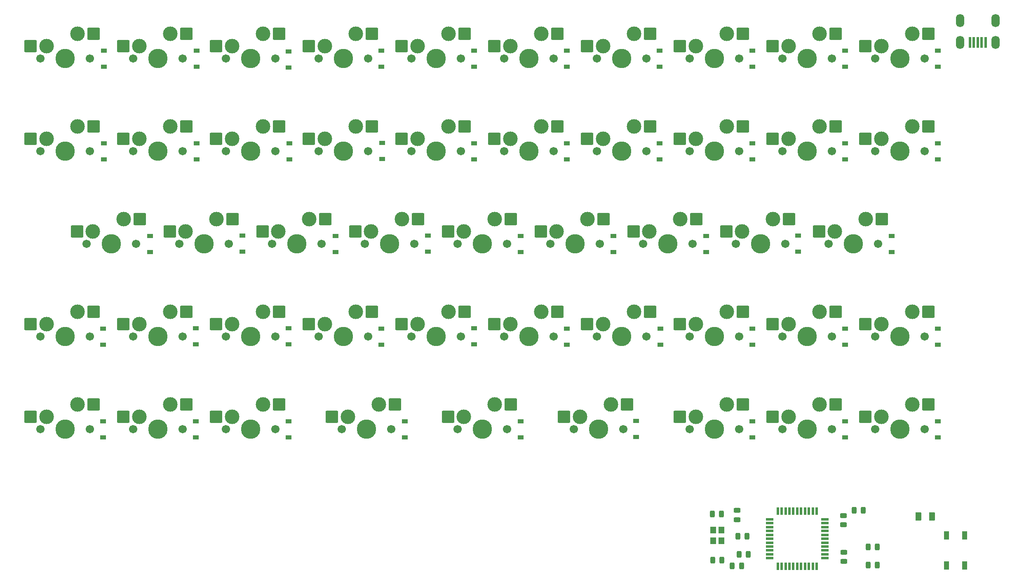
<source format=gbs>
G04 #@! TF.GenerationSoftware,KiCad,Pcbnew,8.0.6*
G04 #@! TF.CreationDate,2024-11-15T12:23:49-07:00*
G04 #@! TF.ProjectId,kicadNEWXboard,6b696361-644e-4455-9758-626f6172642e,rev?*
G04 #@! TF.SameCoordinates,Original*
G04 #@! TF.FileFunction,Soldermask,Bot*
G04 #@! TF.FilePolarity,Negative*
%FSLAX46Y46*%
G04 Gerber Fmt 4.6, Leading zero omitted, Abs format (unit mm)*
G04 Created by KiCad (PCBNEW 8.0.6) date 2024-11-15 12:23:49*
%MOMM*%
%LPD*%
G01*
G04 APERTURE LIST*
G04 Aperture macros list*
%AMRoundRect*
0 Rectangle with rounded corners*
0 $1 Rounding radius*
0 $2 $3 $4 $5 $6 $7 $8 $9 X,Y pos of 4 corners*
0 Add a 4 corners polygon primitive as box body*
4,1,4,$2,$3,$4,$5,$6,$7,$8,$9,$2,$3,0*
0 Add four circle primitives for the rounded corners*
1,1,$1+$1,$2,$3*
1,1,$1+$1,$4,$5*
1,1,$1+$1,$6,$7*
1,1,$1+$1,$8,$9*
0 Add four rect primitives between the rounded corners*
20,1,$1+$1,$2,$3,$4,$5,0*
20,1,$1+$1,$4,$5,$6,$7,0*
20,1,$1+$1,$6,$7,$8,$9,0*
20,1,$1+$1,$8,$9,$2,$3,0*%
G04 Aperture macros list end*
%ADD10C,1.701800*%
%ADD11C,3.000000*%
%ADD12C,3.987800*%
%ADD13RoundRect,0.200000X-1.075000X-1.050000X1.075000X-1.050000X1.075000X1.050000X-1.075000X1.050000X0*%
%ADD14RoundRect,0.250000X-0.375000X-0.625000X0.375000X-0.625000X0.375000X0.625000X-0.375000X0.625000X0*%
%ADD15R,1.200000X0.900000*%
%ADD16R,0.500000X2.250000*%
%ADD17O,1.700000X2.700000*%
%ADD18R,1.200000X1.400000*%
%ADD19R,1.500000X0.550000*%
%ADD20R,0.550000X1.500000*%
%ADD21R,1.100000X1.800000*%
%ADD22RoundRect,0.243750X0.243750X0.456250X-0.243750X0.456250X-0.243750X-0.456250X0.243750X-0.456250X0*%
%ADD23RoundRect,0.243750X-0.243750X-0.456250X0.243750X-0.456250X0.243750X0.456250X-0.243750X0.456250X0*%
%ADD24RoundRect,0.243750X0.456250X-0.243750X0.456250X0.243750X-0.456250X0.243750X-0.456250X-0.243750X0*%
%ADD25RoundRect,0.243750X-0.456250X0.243750X-0.456250X-0.243750X0.456250X-0.243750X0.456250X0.243750X0*%
G04 APERTURE END LIST*
D10*
X148907500Y-111918750D03*
D11*
X150177500Y-109378750D03*
D12*
X153987500Y-111918750D03*
D11*
X156527500Y-106838750D03*
D10*
X159067500Y-111918750D03*
D13*
X146902500Y-109378750D03*
X159829500Y-106838750D03*
D10*
X101282500Y-111918750D03*
D11*
X102552500Y-109378750D03*
D12*
X106362500Y-111918750D03*
D11*
X108902500Y-106838750D03*
D10*
X111442500Y-111918750D03*
D13*
X99277500Y-109378750D03*
X112204500Y-106838750D03*
D10*
X210820000Y-92868750D03*
D11*
X212090000Y-90328750D03*
D12*
X215900000Y-92868750D03*
D11*
X218440000Y-87788750D03*
D10*
X220980000Y-92868750D03*
D13*
X208815000Y-90328750D03*
X221742000Y-87788750D03*
D10*
X39370000Y-35718750D03*
D11*
X40640000Y-33178750D03*
D12*
X44450000Y-35718750D03*
D11*
X46990000Y-30638750D03*
D10*
X49530000Y-35718750D03*
D13*
X37365000Y-33178750D03*
X50292000Y-30638750D03*
D10*
X210820000Y-54768750D03*
D11*
X212090000Y-52228750D03*
D12*
X215900000Y-54768750D03*
D11*
X218440000Y-49688750D03*
D10*
X220980000Y-54768750D03*
D13*
X208815000Y-52228750D03*
X221742000Y-49688750D03*
D10*
X210820000Y-35718750D03*
D11*
X212090000Y-33178750D03*
D12*
X215900000Y-35718750D03*
D11*
X218440000Y-30638750D03*
D10*
X220980000Y-35718750D03*
D13*
X208815000Y-33178750D03*
X221742000Y-30638750D03*
D10*
X210820000Y-111918750D03*
D11*
X212090000Y-109378750D03*
D12*
X215900000Y-111918750D03*
D11*
X218440000Y-106838750D03*
D10*
X220980000Y-111918750D03*
D13*
X208815000Y-109378750D03*
X221742000Y-106838750D03*
D10*
X191770000Y-92868750D03*
D11*
X193040000Y-90328750D03*
D12*
X196850000Y-92868750D03*
D11*
X199390000Y-87788750D03*
D10*
X201930000Y-92868750D03*
D13*
X189765000Y-90328750D03*
X202692000Y-87788750D03*
D10*
X201295000Y-73818750D03*
D11*
X202565000Y-71278750D03*
D12*
X206375000Y-73818750D03*
D11*
X208915000Y-68738750D03*
D10*
X211455000Y-73818750D03*
D13*
X199290000Y-71278750D03*
X212217000Y-68738750D03*
D10*
X191770000Y-54768750D03*
D11*
X193040000Y-52228750D03*
D12*
X196850000Y-54768750D03*
D11*
X199390000Y-49688750D03*
D10*
X201930000Y-54768750D03*
D13*
X189765000Y-52228750D03*
X202692000Y-49688750D03*
D10*
X191770000Y-35718750D03*
D11*
X193040000Y-33178750D03*
D12*
X196850000Y-35718750D03*
D11*
X199390000Y-30638750D03*
D10*
X201930000Y-35718750D03*
D13*
X189765000Y-33178750D03*
X202692000Y-30638750D03*
D10*
X191770000Y-111918750D03*
D11*
X193040000Y-109378750D03*
D12*
X196850000Y-111918750D03*
D11*
X199390000Y-106838750D03*
D10*
X201930000Y-111918750D03*
D13*
X189765000Y-109378750D03*
X202692000Y-106838750D03*
D10*
X172720000Y-92868750D03*
D11*
X173990000Y-90328750D03*
D12*
X177800000Y-92868750D03*
D11*
X180340000Y-87788750D03*
D10*
X182880000Y-92868750D03*
D13*
X170715000Y-90328750D03*
X183642000Y-87788750D03*
D10*
X182245000Y-73818750D03*
D11*
X183515000Y-71278750D03*
D12*
X187325000Y-73818750D03*
D11*
X189865000Y-68738750D03*
D10*
X192405000Y-73818750D03*
D13*
X180240000Y-71278750D03*
X193167000Y-68738750D03*
D10*
X172720000Y-54768750D03*
D11*
X173990000Y-52228750D03*
D12*
X177800000Y-54768750D03*
D11*
X180340000Y-49688750D03*
D10*
X182880000Y-54768750D03*
D13*
X170715000Y-52228750D03*
X183642000Y-49688750D03*
D10*
X172720000Y-35718750D03*
D11*
X173990000Y-33178750D03*
D12*
X177800000Y-35718750D03*
D11*
X180340000Y-30638750D03*
D10*
X182880000Y-35718750D03*
D13*
X170715000Y-33178750D03*
X183642000Y-30638750D03*
D10*
X172720000Y-111918750D03*
D11*
X173990000Y-109378750D03*
D12*
X177800000Y-111918750D03*
D11*
X180340000Y-106838750D03*
D10*
X182880000Y-111918750D03*
D13*
X170715000Y-109378750D03*
X183642000Y-106838750D03*
D10*
X153670000Y-92868750D03*
D11*
X154940000Y-90328750D03*
D12*
X158750000Y-92868750D03*
D11*
X161290000Y-87788750D03*
D10*
X163830000Y-92868750D03*
D13*
X151665000Y-90328750D03*
X164592000Y-87788750D03*
D10*
X163195000Y-73818750D03*
D11*
X164465000Y-71278750D03*
D12*
X168275000Y-73818750D03*
D11*
X170815000Y-68738750D03*
D10*
X173355000Y-73818750D03*
D13*
X161190000Y-71278750D03*
X174117000Y-68738750D03*
D10*
X153670000Y-54768750D03*
D11*
X154940000Y-52228750D03*
D12*
X158750000Y-54768750D03*
D11*
X161290000Y-49688750D03*
D10*
X163830000Y-54768750D03*
D13*
X151665000Y-52228750D03*
X164592000Y-49688750D03*
D10*
X153670000Y-35718750D03*
D11*
X154940000Y-33178750D03*
D12*
X158750000Y-35718750D03*
D11*
X161290000Y-30638750D03*
D10*
X163830000Y-35718750D03*
D13*
X151665000Y-33178750D03*
X164592000Y-30638750D03*
D10*
X134620000Y-92868750D03*
D11*
X135890000Y-90328750D03*
D12*
X139700000Y-92868750D03*
D11*
X142240000Y-87788750D03*
D10*
X144780000Y-92868750D03*
D13*
X132615000Y-90328750D03*
X145542000Y-87788750D03*
D10*
X144145000Y-73818750D03*
D11*
X145415000Y-71278750D03*
D12*
X149225000Y-73818750D03*
D11*
X151765000Y-68738750D03*
D10*
X154305000Y-73818750D03*
D13*
X142140000Y-71278750D03*
X155067000Y-68738750D03*
D10*
X134620000Y-54768750D03*
D11*
X135890000Y-52228750D03*
D12*
X139700000Y-54768750D03*
D11*
X142240000Y-49688750D03*
D10*
X144780000Y-54768750D03*
D13*
X132615000Y-52228750D03*
X145542000Y-49688750D03*
D10*
X134620000Y-35718750D03*
D11*
X135890000Y-33178750D03*
D12*
X139700000Y-35718750D03*
D11*
X142240000Y-30638750D03*
D10*
X144780000Y-35718750D03*
D13*
X132615000Y-33178750D03*
X145542000Y-30638750D03*
D10*
X125095000Y-111918750D03*
D11*
X126365000Y-109378750D03*
D12*
X130175000Y-111918750D03*
D11*
X132715000Y-106838750D03*
D10*
X135255000Y-111918750D03*
D13*
X123090000Y-109378750D03*
X136017000Y-106838750D03*
D10*
X115570000Y-92868750D03*
D11*
X116840000Y-90328750D03*
D12*
X120650000Y-92868750D03*
D11*
X123190000Y-87788750D03*
D10*
X125730000Y-92868750D03*
D13*
X113565000Y-90328750D03*
X126492000Y-87788750D03*
D10*
X125095000Y-73818750D03*
D11*
X126365000Y-71278750D03*
D12*
X130175000Y-73818750D03*
D11*
X132715000Y-68738750D03*
D10*
X135255000Y-73818750D03*
D13*
X123090000Y-71278750D03*
X136017000Y-68738750D03*
D10*
X115570000Y-54768750D03*
D11*
X116840000Y-52228750D03*
D12*
X120650000Y-54768750D03*
D11*
X123190000Y-49688750D03*
D10*
X125730000Y-54768750D03*
D13*
X113565000Y-52228750D03*
X126492000Y-49688750D03*
D10*
X115570000Y-35718750D03*
D11*
X116840000Y-33178750D03*
D12*
X120650000Y-35718750D03*
D11*
X123190000Y-30638750D03*
D10*
X125730000Y-35718750D03*
D13*
X113565000Y-33178750D03*
X126492000Y-30638750D03*
D10*
X96520000Y-92868750D03*
D11*
X97790000Y-90328750D03*
D12*
X101600000Y-92868750D03*
D11*
X104140000Y-87788750D03*
D10*
X106680000Y-92868750D03*
D13*
X94515000Y-90328750D03*
X107442000Y-87788750D03*
D10*
X106045000Y-73818750D03*
D11*
X107315000Y-71278750D03*
D12*
X111125000Y-73818750D03*
D11*
X113665000Y-68738750D03*
D10*
X116205000Y-73818750D03*
D13*
X104040000Y-71278750D03*
X116967000Y-68738750D03*
D10*
X96520000Y-54768750D03*
D11*
X97790000Y-52228750D03*
D12*
X101600000Y-54768750D03*
D11*
X104140000Y-49688750D03*
D10*
X106680000Y-54768750D03*
D13*
X94515000Y-52228750D03*
X107442000Y-49688750D03*
D10*
X96520000Y-35718750D03*
D11*
X97790000Y-33178750D03*
D12*
X101600000Y-35718750D03*
D11*
X104140000Y-30638750D03*
D10*
X106680000Y-35718750D03*
D13*
X94515000Y-33178750D03*
X107442000Y-30638750D03*
D10*
X77470000Y-111918750D03*
D11*
X78740000Y-109378750D03*
D12*
X82550000Y-111918750D03*
D11*
X85090000Y-106838750D03*
D10*
X87630000Y-111918750D03*
D13*
X75465000Y-109378750D03*
X88392000Y-106838750D03*
D10*
X77470000Y-92868750D03*
D11*
X78740000Y-90328750D03*
D12*
X82550000Y-92868750D03*
D11*
X85090000Y-87788750D03*
D10*
X87630000Y-92868750D03*
D13*
X75465000Y-90328750D03*
X88392000Y-87788750D03*
D10*
X86995000Y-73818750D03*
D11*
X88265000Y-71278750D03*
D12*
X92075000Y-73818750D03*
D11*
X94615000Y-68738750D03*
D10*
X97155000Y-73818750D03*
D13*
X84990000Y-71278750D03*
X97917000Y-68738750D03*
D10*
X77470000Y-54768750D03*
D11*
X78740000Y-52228750D03*
D12*
X82550000Y-54768750D03*
D11*
X85090000Y-49688750D03*
D10*
X87630000Y-54768750D03*
D13*
X75465000Y-52228750D03*
X88392000Y-49688750D03*
D10*
X77470000Y-35718750D03*
D11*
X78740000Y-33178750D03*
D12*
X82550000Y-35718750D03*
D11*
X85090000Y-30638750D03*
D10*
X87630000Y-35718750D03*
D13*
X75465000Y-33178750D03*
X88392000Y-30638750D03*
D10*
X58420000Y-111918750D03*
D11*
X59690000Y-109378750D03*
D12*
X63500000Y-111918750D03*
D11*
X66040000Y-106838750D03*
D10*
X68580000Y-111918750D03*
D13*
X56415000Y-109378750D03*
X69342000Y-106838750D03*
D10*
X58420000Y-92868750D03*
D11*
X59690000Y-90328750D03*
D12*
X63500000Y-92868750D03*
D11*
X66040000Y-87788750D03*
D10*
X68580000Y-92868750D03*
D13*
X56415000Y-90328750D03*
X69342000Y-87788750D03*
D10*
X67945000Y-73818750D03*
D11*
X69215000Y-71278750D03*
D12*
X73025000Y-73818750D03*
D11*
X75565000Y-68738750D03*
D10*
X78105000Y-73818750D03*
D13*
X65940000Y-71278750D03*
X78867000Y-68738750D03*
D10*
X39370000Y-111918750D03*
D11*
X40640000Y-109378750D03*
D12*
X44450000Y-111918750D03*
D11*
X46990000Y-106838750D03*
D10*
X49530000Y-111918750D03*
D13*
X37365000Y-109378750D03*
X50292000Y-106838750D03*
D10*
X39370000Y-92868750D03*
D11*
X40640000Y-90328750D03*
D12*
X44450000Y-92868750D03*
D11*
X46990000Y-87788750D03*
D10*
X49530000Y-92868750D03*
D13*
X37365000Y-90328750D03*
X50292000Y-87788750D03*
D10*
X48895000Y-73818750D03*
D11*
X50165000Y-71278750D03*
D12*
X53975000Y-73818750D03*
D11*
X56515000Y-68738750D03*
D10*
X59055000Y-73818750D03*
D13*
X46890000Y-71278750D03*
X59817000Y-68738750D03*
D10*
X58420000Y-54768750D03*
D11*
X59690000Y-52228750D03*
D12*
X63500000Y-54768750D03*
D11*
X66040000Y-49688750D03*
D10*
X68580000Y-54768750D03*
D13*
X56415000Y-52228750D03*
X69342000Y-49688750D03*
D10*
X58420000Y-35718750D03*
D11*
X59690000Y-33178750D03*
D12*
X63500000Y-35718750D03*
D11*
X66040000Y-30638750D03*
D10*
X68580000Y-35718750D03*
D13*
X56415000Y-33178750D03*
X69342000Y-30638750D03*
D10*
X39370000Y-54768750D03*
D11*
X40640000Y-52228750D03*
D12*
X44450000Y-54768750D03*
D11*
X46990000Y-49688750D03*
D10*
X49530000Y-54768750D03*
D13*
X37365000Y-52228750D03*
X50292000Y-49688750D03*
D14*
X222510000Y-129921000D03*
X219710000Y-129921000D03*
D15*
X71437500Y-34131250D03*
X71437500Y-37431250D03*
X52387500Y-34131250D03*
X52387500Y-37431250D03*
X223710500Y-91281250D03*
X223710500Y-94581250D03*
X223710500Y-53181250D03*
X223710500Y-56481250D03*
X223710500Y-34131250D03*
X223710500Y-37431250D03*
X223710500Y-110331250D03*
X223710500Y-113631250D03*
X204660500Y-91282250D03*
X204660500Y-94582250D03*
X214185500Y-72231250D03*
X214185500Y-75531250D03*
X204660500Y-53181250D03*
X204660500Y-56481250D03*
X204660500Y-34132250D03*
X204660500Y-37432250D03*
X204660500Y-110331250D03*
X204660500Y-113631250D03*
X185610500Y-91281250D03*
X185610500Y-94581250D03*
X195008500Y-72105250D03*
X195008500Y-75405250D03*
X185610500Y-53181250D03*
X185610500Y-56481250D03*
X185610500Y-34131250D03*
X185610500Y-37431250D03*
X185610500Y-110331250D03*
X185610500Y-113631250D03*
X166687500Y-91281250D03*
X166687500Y-94581250D03*
X176085500Y-72231250D03*
X176085500Y-75531250D03*
X166560500Y-53181250D03*
X166560500Y-56481250D03*
X166560500Y-34132250D03*
X166560500Y-37432250D03*
X161734500Y-110204250D03*
X161734500Y-113504250D03*
X147510500Y-91281250D03*
X147510500Y-94581250D03*
X157035500Y-72231250D03*
X157035500Y-75531250D03*
X147510500Y-53181250D03*
X147510500Y-56481250D03*
X147510500Y-34131250D03*
X147510500Y-37431250D03*
X137985500Y-110331250D03*
X137985500Y-113631250D03*
X128460500Y-91154250D03*
X128460500Y-94454250D03*
X137985500Y-72231250D03*
X137985500Y-75531250D03*
X128460500Y-53181250D03*
X128460500Y-56481250D03*
X128460500Y-34131250D03*
X128460500Y-37431250D03*
X114236500Y-110331250D03*
X114236500Y-113631250D03*
X109410500Y-91282250D03*
X109410500Y-94582250D03*
X118935500Y-72105250D03*
X118935500Y-75405250D03*
X109537500Y-53055250D03*
X109537500Y-56355250D03*
X109410500Y-34131250D03*
X109410500Y-37431250D03*
X90360500Y-110331250D03*
X90360500Y-113631250D03*
X90360500Y-91155250D03*
X90360500Y-94455250D03*
X100012500Y-72232250D03*
X100012500Y-75532250D03*
X90487500Y-53181250D03*
X90487500Y-56481250D03*
X90360500Y-34258250D03*
X90360500Y-37558250D03*
X71310500Y-110332250D03*
X71310500Y-113632250D03*
X71310500Y-91154250D03*
X71310500Y-94454250D03*
X80835500Y-72104250D03*
X80835500Y-75404250D03*
X52260500Y-110331250D03*
X52260500Y-113631250D03*
X52260500Y-91282250D03*
X52260500Y-94582250D03*
X61912500Y-72231250D03*
X61912500Y-75531250D03*
D16*
X233502000Y-32440000D03*
X232702000Y-32440000D03*
X231902000Y-32440000D03*
X231102000Y-32440000D03*
X230302000Y-32440000D03*
D17*
X228252000Y-32440000D03*
X235552000Y-32440000D03*
X235552000Y-27940000D03*
X228252000Y-27940000D03*
D18*
X177528750Y-132705750D03*
X177528750Y-134905750D03*
X179228750Y-134905750D03*
X179228750Y-132705750D03*
D19*
X200518000Y-138461250D03*
X200518000Y-137661250D03*
X200518000Y-136861250D03*
X200518000Y-136061250D03*
X200518000Y-135261250D03*
X200518000Y-134461250D03*
X200518000Y-133661250D03*
X200518000Y-132861250D03*
X200518000Y-132061250D03*
X200518000Y-131261250D03*
X200518000Y-130461250D03*
D20*
X198818000Y-128761250D03*
X198018000Y-128761250D03*
X197218000Y-128761250D03*
X196418000Y-128761250D03*
X195618000Y-128761250D03*
X194818000Y-128761250D03*
X194018000Y-128761250D03*
X193218000Y-128761250D03*
X192418000Y-128761250D03*
X191618000Y-128761250D03*
X190818000Y-128761250D03*
D19*
X189118000Y-130461250D03*
X189118000Y-131261250D03*
X189118000Y-132061250D03*
X189118000Y-132861250D03*
X189118000Y-133661250D03*
X189118000Y-134461250D03*
X189118000Y-135261250D03*
X189118000Y-136061250D03*
X189118000Y-136861250D03*
X189118000Y-137661250D03*
X189118000Y-138461250D03*
D20*
X190818000Y-140161250D03*
X191618000Y-140161250D03*
X192418000Y-140161250D03*
X193218000Y-140161250D03*
X194018000Y-140161250D03*
X194818000Y-140161250D03*
X195618000Y-140161250D03*
X196418000Y-140161250D03*
X197218000Y-140161250D03*
X198018000Y-140161250D03*
X198818000Y-140161250D03*
D21*
X225503250Y-139985750D03*
X229203250Y-133785750D03*
X229203250Y-139985750D03*
X225503250Y-133785750D03*
D22*
X206532000Y-128651000D03*
X208407000Y-128651000D03*
D23*
X182910000Y-137668000D03*
X184785000Y-137668000D03*
D22*
X209389500Y-136175750D03*
X211264500Y-136175750D03*
X209389500Y-139858750D03*
X211264500Y-139858750D03*
D15*
X71437500Y-53181250D03*
X71437500Y-56481250D03*
X52387500Y-53181250D03*
X52387500Y-56481250D03*
D24*
X204406500Y-137270250D03*
X204406500Y-139145250D03*
D22*
X181483000Y-140081000D03*
X183358000Y-140081000D03*
D25*
X204343000Y-131573750D03*
X204343000Y-129698750D03*
D23*
X179372500Y-138874500D03*
X177497500Y-138874500D03*
D22*
X177353750Y-129349500D03*
X179228750Y-129349500D03*
X184501000Y-133985000D03*
X182626000Y-133985000D03*
D25*
X182499000Y-130526000D03*
X182499000Y-128651000D03*
M02*

</source>
